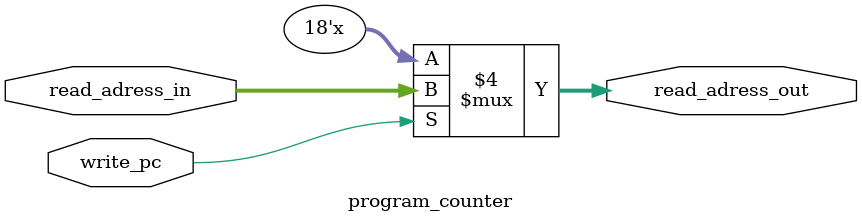
<source format=v>
module program_counter(
	input write_pc,
	input [17:0] read_adress_in,
	output reg [17:0] read_adress_out);
initial
	read_adress_out <= 18'b000000000000000000;
	

always @(*) begin

	if (write_pc) begin

		read_adress_out = read_adress_in;
		
	end
	
end

endmodule 




</source>
